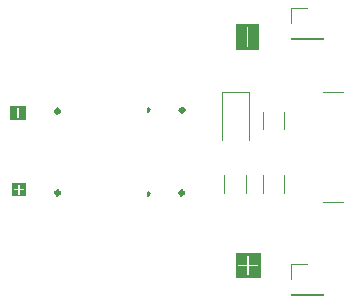
<source format=gbr>
%TF.GenerationSoftware,KiCad,Pcbnew,8.0.5*%
%TF.CreationDate,2024-10-20T11:11:32-05:00*%
%TF.ProjectId,Banana to USB-C Adapter v3,42616e61-6e61-4207-946f-205553422d43,2*%
%TF.SameCoordinates,Original*%
%TF.FileFunction,Legend,Top*%
%TF.FilePolarity,Positive*%
%FSLAX46Y46*%
G04 Gerber Fmt 4.6, Leading zero omitted, Abs format (unit mm)*
G04 Created by KiCad (PCBNEW 8.0.5) date 2024-10-20 11:11:32*
%MOMM*%
%LPD*%
G01*
G04 APERTURE LIST*
%ADD10C,0.150000*%
%ADD11C,0.322487*%
%ADD12C,0.120000*%
G04 APERTURE END LIST*
G36*
X128600000Y-95675000D02*
G01*
X129050000Y-95675000D01*
X129050000Y-96825000D01*
X128600000Y-96825000D01*
X128600000Y-95675000D01*
G37*
G36*
X146900000Y-90700000D02*
G01*
X148800000Y-90700000D01*
X148800000Y-90900000D01*
X146900000Y-90900000D01*
X146900000Y-90700000D01*
G37*
G36*
X127750000Y-95650000D02*
G01*
X129050000Y-95650000D01*
X129050000Y-95750000D01*
X127750000Y-95750000D01*
X127750000Y-95650000D01*
G37*
G36*
X127750000Y-95675000D02*
G01*
X128250000Y-95675000D01*
X128250000Y-96825000D01*
X127750000Y-96825000D01*
X127750000Y-95675000D01*
G37*
D10*
X139575000Y-103075000D02*
X139400000Y-103250000D01*
D11*
X131911243Y-96100000D02*
G75*
G02*
X131588757Y-96100000I-161243J0D01*
G01*
X131588757Y-96100000D02*
G75*
G02*
X131911243Y-96100000I161243J0D01*
G01*
G36*
X127750000Y-96750000D02*
G01*
X129050000Y-96750000D01*
X129050000Y-96850000D01*
X127750000Y-96850000D01*
X127750000Y-96750000D01*
G37*
X131911243Y-103025000D02*
G75*
G02*
X131588757Y-103025000I-161243J0D01*
G01*
X131588757Y-103025000D02*
G75*
G02*
X131911243Y-103025000I161243J0D01*
G01*
X142461243Y-96025000D02*
G75*
G02*
X142138757Y-96025000I-161243J0D01*
G01*
X142138757Y-96025000D02*
G75*
G02*
X142461243Y-96025000I161243J0D01*
G01*
D10*
X139375000Y-95850000D02*
X139375000Y-96200000D01*
G36*
X146900000Y-88750000D02*
G01*
X148800000Y-88750000D01*
X148800000Y-88950000D01*
X146900000Y-88950000D01*
X146900000Y-88750000D01*
G37*
X139575000Y-103075000D02*
X139400000Y-102900000D01*
D11*
X142411243Y-103025000D02*
G75*
G02*
X142088757Y-103025000I-161243J0D01*
G01*
X142088757Y-103025000D02*
G75*
G02*
X142411243Y-103025000I161243J0D01*
G01*
G36*
X148100000Y-88750000D02*
G01*
X148800000Y-88750000D01*
X148800000Y-90900000D01*
X148100000Y-90900000D01*
X148100000Y-88750000D01*
G37*
D10*
X139400000Y-103250000D02*
X139400000Y-103225000D01*
X139550000Y-96025000D02*
X139375000Y-95850000D01*
G36*
X146850000Y-88750000D02*
G01*
X147550000Y-88750000D01*
X147550000Y-90900000D01*
X146850000Y-90900000D01*
X146850000Y-88750000D01*
G37*
X139400000Y-102900000D02*
X139400000Y-103250000D01*
X139550000Y-96025000D02*
X139375000Y-96200000D01*
X139375000Y-96200000D02*
X139375000Y-96175000D01*
G36*
X129055123Y-103296264D02*
G01*
X127923878Y-103296264D01*
X127923878Y-102716009D01*
X128034989Y-102716009D01*
X128034989Y-102745273D01*
X128046188Y-102772309D01*
X128066880Y-102793001D01*
X128093916Y-102804200D01*
X128108548Y-102805641D01*
X128414500Y-102805641D01*
X128414500Y-103111594D01*
X128415941Y-103126226D01*
X128427140Y-103153262D01*
X128447832Y-103173954D01*
X128474868Y-103185153D01*
X128504132Y-103185153D01*
X128531168Y-103173954D01*
X128551860Y-103153262D01*
X128563059Y-103126226D01*
X128564500Y-103111594D01*
X128564500Y-102805641D01*
X128870453Y-102805641D01*
X128885085Y-102804200D01*
X128912121Y-102793001D01*
X128932813Y-102772309D01*
X128944012Y-102745273D01*
X128944012Y-102716009D01*
X128932813Y-102688973D01*
X128912121Y-102668281D01*
X128885085Y-102657082D01*
X128870453Y-102655641D01*
X128564500Y-102655641D01*
X128564500Y-102349689D01*
X128563059Y-102335057D01*
X128551860Y-102308021D01*
X128531168Y-102287329D01*
X128504132Y-102276130D01*
X128474868Y-102276130D01*
X128447832Y-102287329D01*
X128427140Y-102308021D01*
X128415941Y-102335057D01*
X128414500Y-102349689D01*
X128414500Y-102655641D01*
X128108548Y-102655641D01*
X128093916Y-102657082D01*
X128066880Y-102668281D01*
X128046188Y-102688973D01*
X128034989Y-102716009D01*
X127923878Y-102716009D01*
X127923878Y-102165019D01*
X129055123Y-102165019D01*
X129055123Y-103296264D01*
G37*
G36*
X148132755Y-90870906D02*
G01*
X147538311Y-90870906D01*
X147538311Y-89051316D01*
X147760533Y-89051316D01*
X147760533Y-90575125D01*
X147761974Y-90589757D01*
X147773173Y-90616793D01*
X147793865Y-90637485D01*
X147820901Y-90648684D01*
X147850165Y-90648684D01*
X147877201Y-90637485D01*
X147897893Y-90616793D01*
X147909092Y-90589757D01*
X147910533Y-90575125D01*
X147910533Y-89051316D01*
X147909092Y-89036684D01*
X147897893Y-89009648D01*
X147877201Y-88988956D01*
X147850165Y-88977757D01*
X147820901Y-88977757D01*
X147793865Y-88988956D01*
X147773173Y-89009648D01*
X147761974Y-89036684D01*
X147760533Y-89051316D01*
X147538311Y-89051316D01*
X147538311Y-88755535D01*
X148132755Y-88755535D01*
X148132755Y-90870906D01*
G37*
G36*
X148944465Y-110222119D02*
G01*
X146829093Y-110222119D01*
X146829093Y-109149801D01*
X147051315Y-109149801D01*
X147051315Y-109179065D01*
X147062514Y-109206101D01*
X147083206Y-109226793D01*
X147110242Y-109237992D01*
X147124874Y-109239433D01*
X147811779Y-109239433D01*
X147811779Y-109926338D01*
X147813220Y-109940970D01*
X147824419Y-109968006D01*
X147845111Y-109988698D01*
X147872147Y-109999897D01*
X147901411Y-109999897D01*
X147928447Y-109988698D01*
X147949139Y-109968006D01*
X147960338Y-109940970D01*
X147961779Y-109926338D01*
X147961779Y-109239433D01*
X148648684Y-109239433D01*
X148663316Y-109237992D01*
X148690352Y-109226793D01*
X148711044Y-109206101D01*
X148722243Y-109179065D01*
X148722243Y-109149801D01*
X148711044Y-109122765D01*
X148690352Y-109102073D01*
X148663316Y-109090874D01*
X148648684Y-109089433D01*
X147961779Y-109089433D01*
X147961779Y-108402528D01*
X147960338Y-108387896D01*
X147949139Y-108360860D01*
X147928447Y-108340168D01*
X147901411Y-108328969D01*
X147872147Y-108328969D01*
X147845111Y-108340168D01*
X147824419Y-108360860D01*
X147813220Y-108387896D01*
X147811779Y-108402528D01*
X147811779Y-109089433D01*
X147124874Y-109089433D01*
X147110242Y-109090874D01*
X147083206Y-109102073D01*
X147062514Y-109122765D01*
X147051315Y-109149801D01*
X146829093Y-109149801D01*
X146829093Y-108106747D01*
X148944465Y-108106747D01*
X148944465Y-110222119D01*
G37*
G36*
X128609977Y-96815621D02*
G01*
X128237755Y-96815621D01*
X128237755Y-95869047D01*
X128348866Y-95869047D01*
X128348866Y-96630951D01*
X128350307Y-96645583D01*
X128361506Y-96672619D01*
X128382198Y-96693311D01*
X128409234Y-96704510D01*
X128438498Y-96704510D01*
X128465534Y-96693311D01*
X128486226Y-96672619D01*
X128497425Y-96645583D01*
X128498866Y-96630951D01*
X128498866Y-95869047D01*
X128497425Y-95854415D01*
X128486226Y-95827379D01*
X128465534Y-95806687D01*
X128438498Y-95795488D01*
X128409234Y-95795488D01*
X128382198Y-95806687D01*
X128361506Y-95827379D01*
X128350307Y-95854415D01*
X128348866Y-95869047D01*
X128237755Y-95869047D01*
X128237755Y-95684377D01*
X128609977Y-95684377D01*
X128609977Y-96815621D01*
G37*
D12*
%TO.C,J3*%
X151552600Y-87341400D02*
X152882600Y-87341400D01*
X151552600Y-88671400D02*
X151552600Y-87341400D01*
X151552600Y-89941400D02*
X151552600Y-90001400D01*
X151552600Y-89941400D02*
X154212600Y-89941400D01*
X151552600Y-90001400D02*
X154212600Y-90001400D01*
X154212600Y-89941400D02*
X154212600Y-90001400D01*
%TO.C,J2*%
X151552600Y-109007600D02*
X152882600Y-109007600D01*
X151552600Y-110337600D02*
X151552600Y-109007600D01*
X151552600Y-111607600D02*
X151552600Y-111667600D01*
X151552600Y-111607600D02*
X154212600Y-111607600D01*
X151552600Y-111667600D02*
X154212600Y-111667600D01*
X154212600Y-111607600D02*
X154212600Y-111667600D01*
%TO.C,R1*%
X145880000Y-102997064D02*
X145880000Y-101542936D01*
X147700000Y-102997064D02*
X147700000Y-101542936D01*
%TO.C,J1*%
X155940000Y-94490000D02*
X154240000Y-94490000D01*
X155940000Y-103830000D02*
X154240000Y-103830000D01*
%TO.C,D1*%
X145655000Y-94460000D02*
X145655000Y-98520000D01*
X147925000Y-94460000D02*
X145655000Y-94460000D01*
X147925000Y-98520000D02*
X147925000Y-94460000D01*
%TO.C,R4*%
X149120000Y-96173936D02*
X149120000Y-97628064D01*
X150940000Y-96173936D02*
X150940000Y-97628064D01*
%TO.C,R3*%
X149120000Y-102997064D02*
X149120000Y-101542936D01*
X150940000Y-102997064D02*
X150940000Y-101542936D01*
%TD*%
M02*

</source>
